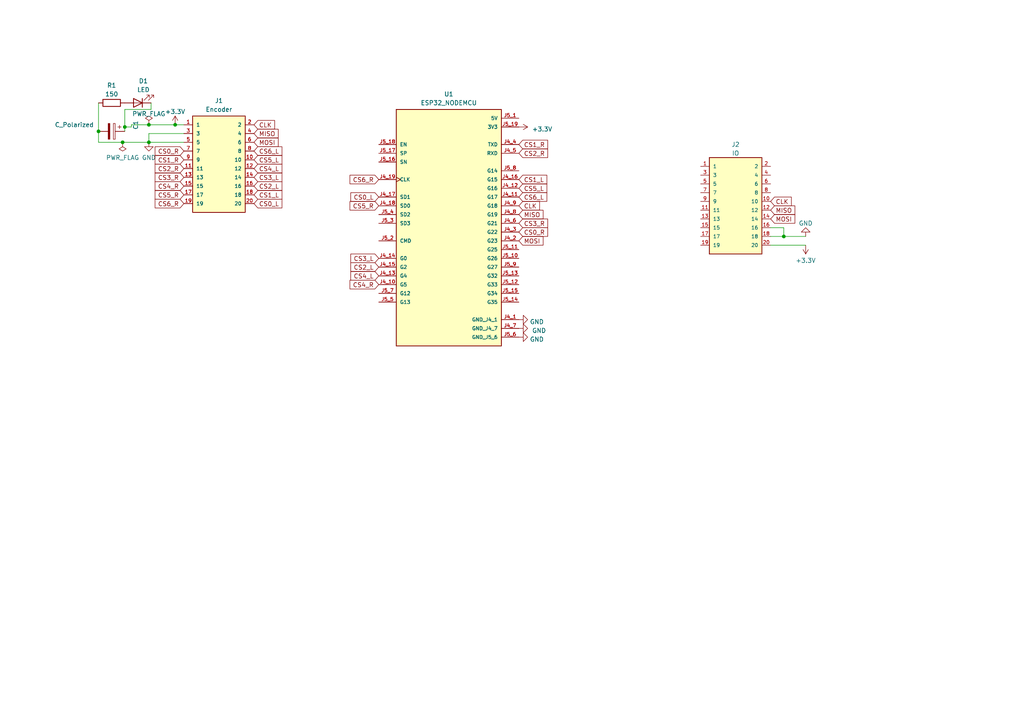
<source format=kicad_sch>
(kicad_sch (version 20230121) (generator eeschema)
  (paper "A4")
  (lib_symbols
    (symbol "Device:C_Polarized" (pin_numbers hide) (pin_names (offset 0.254))
      (property "Reference" "C" (at 0.635 2.54 0))
      (property "Value" "C_Polarized" (at 0.635 -2.54 0))
      (symbol "C_Polarized_0_1"
        (rectangle (start -2.286 0.508) (end 2.286 1.016))
        (polyline (pts (xy -1.778 2.286) (xy -0.762 2.286)))
        (polyline (pts (xy -1.27 2.794) (xy -1.27 1.778)))
        (rectangle (start 2.286 -0.508) (end -2.286 -1.016) (fill (type outline)))
      )
      (symbol "C_Polarized_1_1"
        (pin passive line (at 0 3.81 270) (length 2.794) (name "~") (number "1"))
        (pin passive line (at 0 -3.81 90) (length 2.794) (name "~") (number "2"))
      )
    )
    (symbol "Device:LED" (pin_numbers hide) (pin_names (offset 1.016) hide)
      (property "Reference" "D" (at 0 2.54 0))
      (property "Value" "LED" (at 0 -2.54 0))
      (symbol "LED_0_1"
        (polyline (pts (xy -1.27 -1.27) (xy -1.27 1.27)) (stroke (width 0.254)))
        (polyline (pts (xy -1.27 0) (xy 1.27 0)))
        (polyline (pts (xy 1.27 -1.27) (xy 1.27 1.27) (xy -1.27 0) (xy 1.27 -1.27)) (stroke (width 0.254)))
        (polyline (pts (xy -3.048 -0.762) (xy -4.572 -2.286) (xy -3.81 -2.286) (xy -4.572 -2.286) (xy -4.572 -1.524)))
        (polyline (pts (xy -1.778 -0.762) (xy -3.302 -2.286) (xy -2.54 -2.286) (xy -3.302 -2.286) (xy -3.302 -1.524)))
      )
      (symbol "LED_1_1"
        (pin passive line (at -3.81 0 0) (length 2.54) (name "K") (number "1"))
        (pin passive line (at 3.81 0 180) (length 2.54) (name "A") (number "2"))
      )
    )
    (symbol "Device:R" (pin_numbers hide) (pin_names (offset 0))
      (property "Reference" "R" (at 2.032 0 90))
      (property "Value" "R" (at 0 0 90))
      (symbol "R_0_1"
        (rectangle (start -1.016 -2.54) (end 1.016 2.54) (stroke (width 0.254)))
      )
      (symbol "R_1_1"
        (pin passive line (at 0 3.81 270) (length 1.27) (name "~") (number "1"))
        (pin passive line (at 0 -3.81 90) (length 1.27) (name "~") (number "2"))
      )
    )
    (symbol "ESP32_NODEMCU:ESP32_NODEMCU" (pin_names (offset 1.016))
      (property "Reference" "U" (at -15.24 36.322 0))
      (property "Value" "ESP32_NODEMCU" (at -15.24 -35.56 0))
      (symbol "ESP32_NODEMCU_0_0"
        (rectangle (start -15.24 -33.02) (end 15.24 35.56) (stroke (width 0.254)) (fill (type background)))
        (pin power_in line (at 20.32 -25.4 180) (length 5.08) (name "GND_J4_1") (number "J4_1"))
        (pin bidirectional line (at -20.32 -15.24 0) (length 5.08) (name "G5") (number "J4_10"))
        (pin bidirectional line (at 20.32 10.16 180) (length 5.08) (name "G17") (number "J4_11"))
        (pin bidirectional line (at 20.32 12.7 180) (length 5.08) (name "G16") (number "J4_12"))
        (pin bidirectional line (at -20.32 -12.7 0) (length 5.08) (name "G4") (number "J4_13"))
        (pin bidirectional line (at -20.32 -7.62 0) (length 5.08) (name "G0") (number "J4_14"))
        (pin bidirectional line (at -20.32 -10.16 0) (length 5.08) (name "G2") (number "J4_15"))
        (pin bidirectional line (at 20.32 15.24 180) (length 5.08) (name "G15") (number "J4_16"))
        (pin bidirectional line (at -20.32 10.16 0) (length 5.08) (name "SD1") (number "J4_17"))
        (pin bidirectional line (at -20.32 7.62 0) (length 5.08) (name "SD0") (number "J4_18"))
        (pin input clock (at -20.32 15.24 0) (length 5.08) (name "CLK") (number "J4_19"))
        (pin bidirectional line (at 20.32 -2.54 180) (length 5.08) (name "G23") (number "J4_2"))
        (pin bidirectional line (at 20.32 0 180) (length 5.08) (name "G22") (number "J4_3"))
        (pin output line (at 20.32 25.4 180) (length 5.08) (name "TXD") (number "J4_4"))
        (pin input line (at 20.32 22.86 180) (length 5.08) (name "RXD") (number "J4_5"))
        (pin bidirectional line (at 20.32 2.54 180) (length 5.08) (name "G21") (number "J4_6"))
        (pin power_in line (at 20.32 -27.94 180) (length 5.08) (name "GND_J4_7") (number "J4_7"))
        (pin bidirectional line (at 20.32 5.08 180) (length 5.08) (name "G19") (number "J4_8"))
        (pin bidirectional line (at 20.32 7.62 180) (length 5.08) (name "G18") (number "J4_9"))
        (pin power_in line (at 20.32 33.02 180) (length 5.08) (name "5V") (number "J5_1"))
        (pin bidirectional line (at 20.32 -7.62 180) (length 5.08) (name "G26") (number "J5_10"))
        (pin bidirectional line (at 20.32 -5.08 180) (length 5.08) (name "G25") (number "J5_11"))
        (pin bidirectional line (at 20.32 -15.24 180) (length 5.08) (name "G33") (number "J5_12"))
        (pin bidirectional line (at 20.32 -12.7 180) (length 5.08) (name "G32") (number "J5_13"))
        (pin bidirectional line (at 20.32 -20.32 180) (length 5.08) (name "G35") (number "J5_14"))
        (pin bidirectional line (at 20.32 -17.78 180) (length 5.08) (name "G34") (number "J5_15"))
        (pin input line (at -20.32 20.32 0) (length 5.08) (name "SN") (number "J5_16"))
        (pin input line (at -20.32 22.86 0) (length 5.08) (name "SP") (number "J5_17"))
        (pin input line (at -20.32 25.4 0) (length 5.08) (name "EN") (number "J5_18"))
        (pin power_in line (at 20.32 30.48 180) (length 5.08) (name "3V3") (number "J5_19"))
        (pin bidirectional line (at -20.32 -2.54 0) (length 5.08) (name "CMD") (number "J5_2"))
        (pin bidirectional line (at -20.32 2.54 0) (length 5.08) (name "SD3") (number "J5_3"))
        (pin bidirectional line (at -20.32 5.08 0) (length 5.08) (name "SD2") (number "J5_4"))
        (pin bidirectional line (at -20.32 -20.32 0) (length 5.08) (name "G13") (number "J5_5"))
        (pin power_in line (at 20.32 -30.48 180) (length 5.08) (name "GND_J5_6") (number "J5_6"))
        (pin bidirectional line (at -20.32 -17.78 0) (length 5.08) (name "G12") (number "J5_7"))
        (pin bidirectional line (at 20.32 17.78 180) (length 5.08) (name "G14") (number "J5_8"))
        (pin bidirectional line (at 20.32 -10.16 180) (length 5.08) (name "G27") (number "J5_9"))
      )
    )
    (symbol "SFH11:SFH11-PBPC-D10-ST-BK" (pin_names (offset 1.016))
      (property "Reference" "J" (at -7.6254 15.7591 0))
      (property "Value" "SFH11-PBPC-D10-ST-BK" (at -7.6295 -15.259 0))
      (symbol "SFH11-PBPC-D10-ST-BK_0_0"
        (rectangle (start -7.62 -12.7) (end 7.62 15.24) (stroke (width 0.254)) (fill (type background)))
        (pin passive line (at -10.16 12.7 0) (length 2.54) (name "1") (number "1"))
        (pin passive line (at 10.16 2.54 180) (length 2.54) (name "10") (number "10"))
        (pin passive line (at -10.16 0 0) (length 2.54) (name "11") (number "11"))
        (pin passive line (at 10.16 0 180) (length 2.54) (name "12") (number "12"))
        (pin passive line (at -10.16 -2.54 0) (length 2.54) (name "13") (number "13"))
        (pin passive line (at 10.16 -2.54 180) (length 2.54) (name "14") (number "14"))
        (pin passive line (at -10.16 -5.08 0) (length 2.54) (name "15") (number "15"))
        (pin passive line (at 10.16 -5.08 180) (length 2.54) (name "16") (number "16"))
        (pin passive line (at -10.16 -7.62 0) (length 2.54) (name "17") (number "17"))
        (pin passive line (at 10.16 -7.62 180) (length 2.54) (name "18") (number "18"))
        (pin passive line (at -10.16 -10.16 0) (length 2.54) (name "19") (number "19"))
        (pin passive line (at 10.16 12.7 180) (length 2.54) (name "2") (number "2"))
        (pin passive line (at 10.16 -10.16 180) (length 2.54) (name "20") (number "20"))
        (pin passive line (at -10.16 10.16 0) (length 2.54) (name "3") (number "3"))
        (pin passive line (at 10.16 10.16 180) (length 2.54) (name "4") (number "4"))
        (pin passive line (at -10.16 7.62 0) (length 2.54) (name "5") (number "5"))
        (pin passive line (at 10.16 7.62 180) (length 2.54) (name "6") (number "6"))
        (pin passive line (at -10.16 5.08 0) (length 2.54) (name "7") (number "7"))
        (pin passive line (at 10.16 5.08 180) (length 2.54) (name "8") (number "8"))
        (pin passive line (at -10.16 2.54 0) (length 2.54) (name "9") (number "9"))
      )
    )
    (symbol "power:+3.3V" (power) (pin_names (offset 0))
      (property "Value" "+3.3V" (at 0 3.556 0))
      (symbol "+3.3V_0_1"
        (polyline (pts (xy -0.762 1.27) (xy 0 2.54)))
        (polyline (pts (xy 0 0) (xy 0 2.54)))
        (polyline (pts (xy 0 2.54) (xy 0.762 1.27)))
      )
      (symbol "+3.3V_1_1"
        (pin power_in line (at 0 0 90) (length 0) hide (name "+3.3V") (number "1"))
      )
    )
    (symbol "power:GND" (power) (pin_names (offset 0))
      (property "Value" "GND" (at 0 -3.81 0))
      (symbol "GND_0_1"
        (polyline (pts (xy 0 0) (xy 0 -1.27) (xy 1.27 -1.27) (xy 0 -2.54) (xy -1.27 -1.27) (xy 0 -1.27)))
      )
      (symbol "GND_1_1"
        (pin power_in line (at 0 0 270) (length 0) hide (name "GND") (number "1"))
      )
    )
    (symbol "power:PWR_FLAG" (power) (pin_numbers hide) (pin_names (offset 0) hide)
      (property "Value" "PWR_FLAG" (at 0 3.81 0))
      (symbol "PWR_FLAG_0_0"
        (pin power_out line (at 0 0 90) (length 0) (name "pwr") (number "1"))
      )
      (symbol "PWR_FLAG_0_1"
        (polyline (pts (xy 0 0) (xy 0 1.27) (xy -1.016 1.905) (xy 0 2.54) (xy 1.016 1.905) (xy 0 1.27)))
      )
    )
  )
  (junction (at 50.8 36.195))
  (junction (at 36.195 36.83))
  (junction (at 35.56 41.275))
  (junction (at 43.18 36.195))
  (junction (at 227.33 68.58))
  (junction (at 28.575 38.1))
  (junction (at 43.18 41.275))
  (wire (pts (xy 43.815 31.75) (xy 36.195 31.75)))
  (wire (pts (xy 227.33 68.58) (xy 233.68 68.58)))
  (wire (pts (xy 43.18 41.275) (xy 43.18 38.735)))
  (wire (pts (xy 28.575 38.1) (xy 28.575 41.275)))
  (wire (pts (xy 36.195 31.75) (xy 36.195 36.83)))
  (wire (pts (xy 227.33 66.04) (xy 227.33 68.58)))
  (wire (pts (xy 223.52 68.58) (xy 227.33 68.58)))
  (wire (pts (xy 38.1 36.83) (xy 38.1 36.195)))
  (wire (pts (xy 28.575 29.845) (xy 28.575 38.1)))
  (wire (pts (xy 43.18 38.735) (xy 53.34 38.735)))
  (wire (pts (xy 36.195 36.83) (xy 38.1 36.83)))
  (wire (pts (xy 43.18 36.195) (xy 50.8 36.195)))
  (wire (pts (xy 35.56 41.275) (xy 28.575 41.275)))
  (wire (pts (xy 43.18 41.275) (xy 53.34 41.275)))
  (wire (pts (xy 43.815 29.845) (xy 43.815 31.75)))
  (wire (pts (xy 38.1 36.195) (xy 43.18 36.195)))
  (wire (pts (xy 50.8 36.195) (xy 53.34 36.195)))
  (wire (pts (xy 36.195 38.1) (xy 36.195 36.83)))
  (wire (pts (xy 233.68 71.12) (xy 223.52 71.12)))
  (wire (pts (xy 35.56 41.275) (xy 43.18 41.275)))
  (wire (pts (xy 223.52 66.04) (xy 227.33 66.04)))
  (global_label "CS4_R" (shape input) (at 109.855 82.55 180) (property "Intersheetrefs" "${INTERSHEET_REFS}" (effects hide)))
  (global_label "CS5_R" (shape input) (at 109.855 59.69 180) (property "Intersheetrefs" "${INTERSHEET_REFS}" (effects hide)))
  (global_label "MOSI" (shape input) (at 150.495 69.85 0) (property "Intersheetrefs" "${INTERSHEET_REFS}" (effects hide)))
  (global_label "CS0_L" (shape input) (at 109.855 57.15 180) (property "Intersheetrefs" "${INTERSHEET_REFS}" (effects hide)))
  (global_label "CS3_L" (shape input) (at 73.66 51.435 0) (property "Intersheetrefs" "${INTERSHEET_REFS}" (effects hide)))
  (global_label "CLK" (shape input) (at 73.66 36.195 0) (property "Intersheetrefs" "${INTERSHEET_REFS}" (effects hide)))
  (global_label "CS2_R" (shape input) (at 53.34 48.895 180) (property "Intersheetrefs" "${INTERSHEET_REFS}" (effects hide)))
  (global_label "CS0_R" (shape input) (at 150.495 67.31 0) (property "Intersheetrefs" "${INTERSHEET_REFS}" (effects hide)))
  (global_label "CLK" (shape input) (at 223.52 58.42 0) (property "Intersheetrefs" "${INTERSHEET_REFS}" (effects hide)))
  (global_label "CS1_R" (shape input) (at 150.495 41.91 0) (property "Intersheetrefs" "${INTERSHEET_REFS}" (effects hide)))
  (global_label "CS4_R" (shape input) (at 53.34 53.975 180) (property "Intersheetrefs" "${INTERSHEET_REFS}" (effects hide)))
  (global_label "CS3_L" (shape input) (at 109.855 74.93 180) (property "Intersheetrefs" "${INTERSHEET_REFS}" (effects hide)))
  (global_label "CS4_L" (shape input) (at 73.66 48.895 0) (property "Intersheetrefs" "${INTERSHEET_REFS}" (effects hide)))
  (global_label "CS6_R" (shape input) (at 53.34 59.055 180) (property "Intersheetrefs" "${INTERSHEET_REFS}" (effects hide)))
  (global_label "CS1_R" (shape input) (at 53.34 46.355 180) (property "Intersheetrefs" "${INTERSHEET_REFS}" (effects hide)))
  (global_label "CS2_R" (shape input) (at 150.495 44.45 0) (property "Intersheetrefs" "${INTERSHEET_REFS}" (effects hide)))
  (global_label "CS2_L" (shape input) (at 109.855 77.47 180) (property "Intersheetrefs" "${INTERSHEET_REFS}" (effects hide)))
  (global_label "CLK" (shape input) (at 150.495 59.69 0) (property "Intersheetrefs" "${INTERSHEET_REFS}" (effects hide)))
  (global_label "CS1_L" (shape input) (at 150.495 52.07 0) (property "Intersheetrefs" "${INTERSHEET_REFS}" (effects hide)))
  (global_label "CS6_L" (shape input) (at 150.495 57.15 0) (property "Intersheetrefs" "${INTERSHEET_REFS}" (effects hide)))
  (global_label "CS0_R" (shape input) (at 53.34 43.815 180) (property "Intersheetrefs" "${INTERSHEET_REFS}" (effects hide)))
  (global_label "MOSI" (shape input) (at 223.52 63.5 0) (property "Intersheetrefs" "${INTERSHEET_REFS}" (effects hide)))
  (global_label "CS5_L" (shape input) (at 73.66 46.355 0) (property "Intersheetrefs" "${INTERSHEET_REFS}" (effects hide)))
  (global_label "CS4_L" (shape input) (at 109.855 80.01 180) (property "Intersheetrefs" "${INTERSHEET_REFS}" (effects hide)))
  (global_label "CS3_R" (shape input) (at 53.34 51.435 180) (property "Intersheetrefs" "${INTERSHEET_REFS}" (effects hide)))
  (global_label "MOSI" (shape input) (at 73.66 41.275 0) (property "Intersheetrefs" "${INTERSHEET_REFS}" (effects hide)))
  (global_label "CS2_L" (shape input) (at 73.66 53.975 0) (property "Intersheetrefs" "${INTERSHEET_REFS}" (effects hide)))
  (global_label "CS3_R" (shape input) (at 150.495 64.77 0) (property "Intersheetrefs" "${INTERSHEET_REFS}" (effects hide)))
  (global_label "MISO" (shape input) (at 223.52 60.96 0) (property "Intersheetrefs" "${INTERSHEET_REFS}" (effects hide)))
  (global_label "CS0_L" (shape input) (at 73.66 59.055 0) (property "Intersheetrefs" "${INTERSHEET_REFS}" (effects hide)))
  (global_label "CS1_L" (shape input) (at 73.66 56.515 0) (property "Intersheetrefs" "${INTERSHEET_REFS}" (effects hide)))
  (global_label "MISO" (shape input) (at 73.66 38.735 0) (property "Intersheetrefs" "${INTERSHEET_REFS}" (effects hide)))
  (global_label "CS6_L" (shape input) (at 73.66 43.815 0) (property "Intersheetrefs" "${INTERSHEET_REFS}" (effects hide)))
  (global_label "CS6_R" (shape input) (at 109.855 52.07 180) (property "Intersheetrefs" "${INTERSHEET_REFS}" (effects hide)))
  (global_label "CS5_R" (shape input) (at 53.34 56.515 180) (property "Intersheetrefs" "${INTERSHEET_REFS}" (effects hide)))
  (global_label "CS5_L" (shape input) (at 150.495 54.61 0) (property "Intersheetrefs" "${INTERSHEET_REFS}" (effects hide)))
  (global_label "MISO" (shape input) (at 150.495 62.23 0) (property "Intersheetrefs" "${INTERSHEET_REFS}" (effects hide)))
  (symbol (lib_id "SFH11:SFH11-PBPC-D10-ST-BK") (at 63.5 48.895 0) (unit 1)
    (property "Reference" "J1" (at 63.5 29.21 0))
    (property "Value" "Encoder" (at 63.5 31.75 0))
    (property "Footprint" "SFH11-PBPC-D10-ST-BK:SULLINS_SFH11-PBPC-D10-ST-BK" (effects hide))
    (property "PARTREV" "C" (effects hide))
    (property "MANUFACTURER" "Sullins Connector Solutions" (effects hide))
    (property "STANDARD" "Manufacturer Recommendations" (effects hide))
  )
  (symbol (lib_id "Device:LED") (at 40.005 29.845 180) (unit 1)
    (property "Reference" "D1" (at 41.5925 23.495 0))
    (property "Value" "LED" (at 41.5925 26.035 0))
    (property "Footprint" "Diode_SMD:D_1206_3216Metric_Pad1.42x1.75mm_HandSolder" (effects hide))
  )
  (symbol (lib_id "power:+3.3V") (at 233.68 71.12 180) (unit 1)
    (property "Reference" "#PWR08" (effects hide))
    (property "Value" "+3.3V" (at 233.68 75.565 0))
  )
  (symbol (lib_id "SFH11:SFH11-PBPC-D10-ST-BK") (at 213.36 60.96 0) (unit 1)
    (property "Reference" "J2" (at 213.36 41.91 0))
    (property "Value" "IO" (at 213.36 44.45 0))
    (property "Footprint" "SFH11-PBPC-D10-ST-BK:SULLINS_SFH11-PBPC-D10-ST-BK" (effects hide))
    (property "PARTREV" "C" (effects hide))
    (property "MANUFACTURER" "Sullins Connector Solutions" (effects hide))
    (property "STANDARD" "Manufacturer Recommendations" (effects hide))
  )
  (symbol (lib_id "ESP32_NODEMCU:ESP32_NODEMCU") (at 130.175 67.31 0) (unit 1)
    (property "Reference" "U1" (at 130.175 27.305 0))
    (property "Value" "ESP32_NODEMCU" (at 130.175 29.845 0))
    (property "Footprint" "MODULE_ESP32_NODEMCU" (effects hide))
    (property "STANDARD" "Manufacturer Recommendations" (effects hide))
    (property "MAXIMUM_PACKAGE_HEIGHT" "6.6 mm" (effects hide))
    (property "MANUFACTURER" "Espressif" (effects hide))
  )
  (symbol (lib_id "power:+3.3V") (at 50.8 36.195 0) (unit 1)
    (property "Reference" "#PWR07" (effects hide))
    (property "Value" "+3.3V" (at 50.8 32.385 0))
  )
  (symbol (lib_id "Device:R") (at 32.385 29.845 90) (unit 1)
    (property "Reference" "R1" (at 32.385 24.765 90))
    (property "Value" "150" (at 32.385 27.305 90))
    (property "Footprint" "Resistor_SMD:R_1206_3216Metric_Pad1.30x1.75mm_HandSolder" (effects hide))
  )
  (symbol (lib_id "power:GND") (at 150.495 95.25 90) (unit 1)
    (property "Reference" "#PWR02" (effects hide))
    (property "Value" "GND" (at 154.305 95.885 90) (effects (justify right)))
  )
  (symbol (lib_id "power:GND") (at 233.68 68.58 180) (unit 1)
    (property "Reference" "#PWR05" (effects hide))
    (property "Value" "GND" (at 233.68 64.77 0))
  )
  (symbol (lib_id "Device:C_Polarized") (at 32.385 38.1 270) (unit 1)
    (property "Reference" "C1" (at 39.37 34.925 0) (effects (justify left)))
    (property "Value" "C_Polarized" (at 15.875 36.195 90) (effects (justify left)))
    (property "Footprint" "Capacitor_THT:CP_Radial_D10.0mm_P5.00mm" (effects hide))
  )
  (symbol (lib_id "power:GND") (at 150.495 92.71 90) (unit 1)
    (property "Reference" "#PWR01" (effects hide))
    (property "Value" "GND" (at 153.67 93.345 90) (effects (justify right)))
  )
  (symbol (lib_id "power:GND") (at 43.18 41.275 0) (unit 1)
    (property "Reference" "#PWR06" (effects hide))
    (property "Value" "GND" (at 43.18 45.72 0))
  )
  (symbol (lib_id "power:PWR_FLAG") (at 35.56 41.275 180) (unit 1)
    (property "Reference" "#FLG01" (effects hide))
    (property "Value" "PWR_FLAG" (at 35.56 45.72 0))
  )
  (symbol (lib_id "power:+3.3V") (at 150.495 36.83 270) (unit 1)
    (property "Reference" "#PWR04" (effects hide))
    (property "Value" "+3.3V" (at 154.305 37.465 90) (effects (justify left)))
  )
  (symbol (lib_id "power:GND") (at 150.495 97.79 90) (unit 1)
    (property "Reference" "#PWR03" (effects hide))
    (property "Value" "GND" (at 153.67 98.425 90) (effects (justify right)))
  )
  (symbol (lib_id "power:PWR_FLAG") (at 43.18 36.195 0) (unit 1)
    (property "Reference" "#FLG02" (effects hide))
    (property "Value" "PWR_FLAG" (at 43.18 33.02 0))
  )
)
</source>
